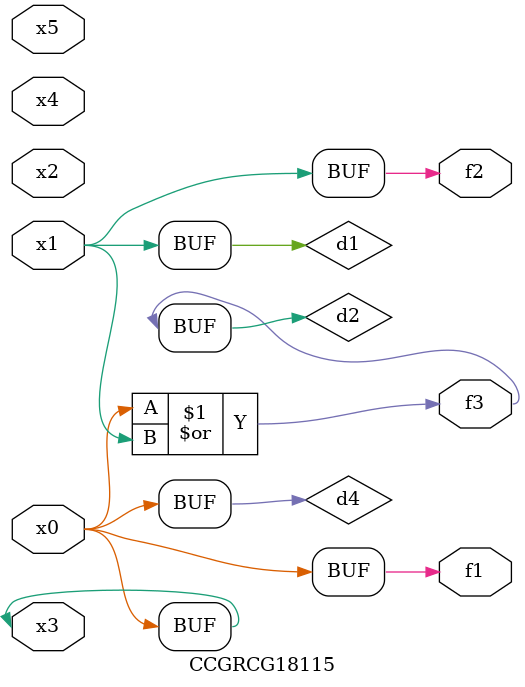
<source format=v>
module CCGRCG18115(
	input x0, x1, x2, x3, x4, x5,
	output f1, f2, f3
);

	wire d1, d2, d3, d4;

	and (d1, x1);
	or (d2, x0, x1);
	nand (d3, x0, x5);
	buf (d4, x0, x3);
	assign f1 = d4;
	assign f2 = d1;
	assign f3 = d2;
endmodule

</source>
